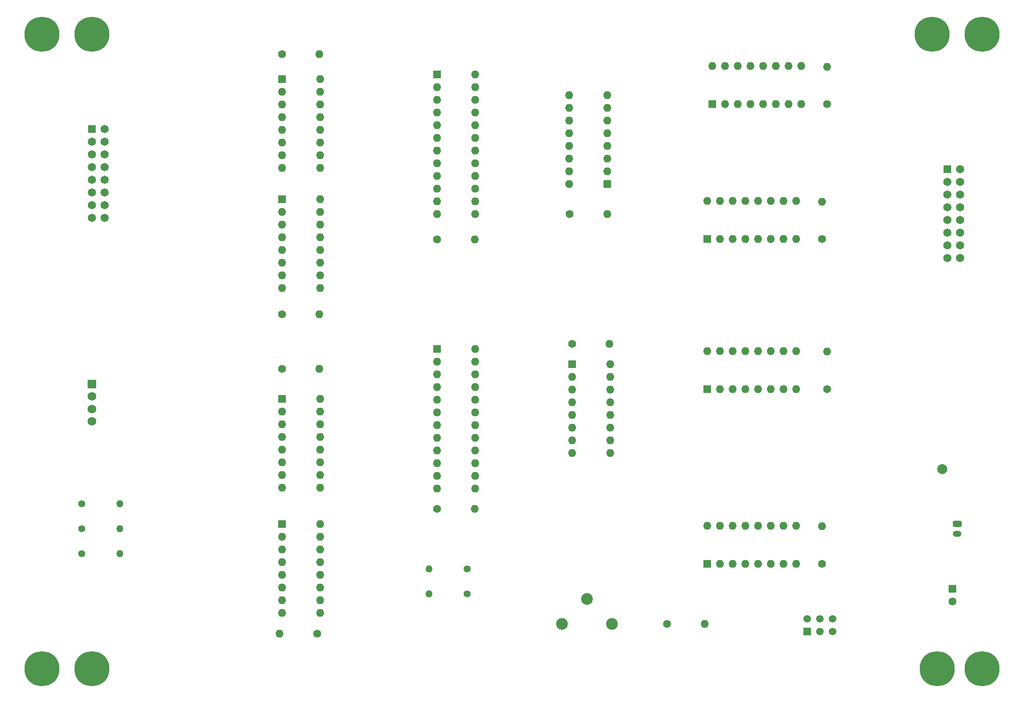
<source format=gbr>
%TF.GenerationSoftware,KiCad,Pcbnew,(5.1.10)-1*%
%TF.CreationDate,2021-10-27T19:24:49+02:00*%
%TF.ProjectId,Program Counter,50726f67-7261-46d2-9043-6f756e746572,rev1.0*%
%TF.SameCoordinates,Original*%
%TF.FileFunction,Soldermask,Bot*%
%TF.FilePolarity,Negative*%
%FSLAX46Y46*%
G04 Gerber Fmt 4.6, Leading zero omitted, Abs format (unit mm)*
G04 Created by KiCad (PCBNEW (5.1.10)-1) date 2021-10-27 19:24:49*
%MOMM*%
%LPD*%
G01*
G04 APERTURE LIST*
%ADD10O,1.750000X1.200000*%
%ADD11C,2.000000*%
%ADD12C,1.500000*%
%ADD13R,1.500000X1.500000*%
%ADD14C,1.650000*%
%ADD15R,1.650000X1.650000*%
%ADD16C,7.000000*%
%ADD17C,0.800000*%
%ADD18C,1.600000*%
%ADD19O,1.600000X1.600000*%
%ADD20R,1.600000X1.600000*%
%ADD21C,1.400000*%
%ADD22O,1.400000X1.400000*%
%ADD23C,2.340000*%
%ADD24R,1.750000X1.750000*%
%ADD25C,1.750000*%
G04 APERTURE END LIST*
D10*
%TO.C,J5*%
X229000000Y-125000000D03*
G36*
G01*
X228374999Y-122400000D02*
X229625001Y-122400000D01*
G75*
G02*
X229875000Y-122649999I0J-249999D01*
G01*
X229875000Y-123350001D01*
G75*
G02*
X229625001Y-123600000I-249999J0D01*
G01*
X228374999Y-123600000D01*
G75*
G02*
X228125000Y-123350001I0J249999D01*
G01*
X228125000Y-122649999D01*
G75*
G02*
X228374999Y-122400000I249999J0D01*
G01*
G37*
%TD*%
D11*
%TO.C,J4*%
X226000000Y-112000000D03*
%TD*%
D12*
%TO.C,J6*%
X204080000Y-142000000D03*
X201540000Y-142000000D03*
X199000000Y-142000000D03*
X204080000Y-144540000D03*
X201540000Y-144540000D03*
D13*
X199000000Y-144540000D03*
%TD*%
D14*
%TO.C,J2*%
X58540000Y-61780000D03*
X56000000Y-61780000D03*
X58540000Y-59240000D03*
X56000000Y-59240000D03*
X58540000Y-56700000D03*
X56000000Y-56700000D03*
X58540000Y-54160000D03*
X56000000Y-54160000D03*
X58540000Y-51620000D03*
X56000000Y-51620000D03*
X58540000Y-49080000D03*
X56000000Y-49080000D03*
X58540000Y-46540000D03*
X56000000Y-46540000D03*
X58540000Y-44000000D03*
D15*
X56000000Y-44000000D03*
%TD*%
D14*
%TO.C,J1*%
X229540000Y-69780000D03*
X227000000Y-69780000D03*
X229540000Y-67240000D03*
X227000000Y-67240000D03*
X229540000Y-64700000D03*
X227000000Y-64700000D03*
X229540000Y-62160000D03*
X227000000Y-62160000D03*
X229540000Y-59620000D03*
X227000000Y-59620000D03*
X229540000Y-57080000D03*
X227000000Y-57080000D03*
X229540000Y-54540000D03*
X227000000Y-54540000D03*
X229540000Y-52000000D03*
D15*
X227000000Y-52000000D03*
%TD*%
D16*
%TO.C,H8*%
X56000000Y-152000000D03*
D17*
X58625000Y-152000000D03*
X57856155Y-153856155D03*
X56000000Y-154625000D03*
X54143845Y-153856155D03*
X53375000Y-152000000D03*
X54143845Y-150143845D03*
X56000000Y-149375000D03*
X57856155Y-150143845D03*
%TD*%
D16*
%TO.C,H7*%
X224000000Y-25000000D03*
D17*
X226625000Y-25000000D03*
X225856155Y-26856155D03*
X224000000Y-27625000D03*
X222143845Y-26856155D03*
X221375000Y-25000000D03*
X222143845Y-23143845D03*
X224000000Y-22375000D03*
X225856155Y-23143845D03*
%TD*%
D16*
%TO.C,H6*%
X56000000Y-25000000D03*
D17*
X58625000Y-25000000D03*
X57856155Y-26856155D03*
X56000000Y-27625000D03*
X54143845Y-26856155D03*
X53375000Y-25000000D03*
X54143845Y-23143845D03*
X56000000Y-22375000D03*
X57856155Y-23143845D03*
%TD*%
D16*
%TO.C,H5*%
X225000000Y-152000000D03*
D17*
X227625000Y-152000000D03*
X226856155Y-153856155D03*
X225000000Y-154625000D03*
X223143845Y-153856155D03*
X222375000Y-152000000D03*
X223143845Y-150143845D03*
X225000000Y-149375000D03*
X226856155Y-150143845D03*
%TD*%
D16*
%TO.C,H4*%
X234000000Y-25000000D03*
D17*
X236625000Y-25000000D03*
X235856155Y-26856155D03*
X234000000Y-27625000D03*
X232143845Y-26856155D03*
X231375000Y-25000000D03*
X232143845Y-23143845D03*
X234000000Y-22375000D03*
X235856155Y-23143845D03*
%TD*%
D16*
%TO.C,H3*%
X234000000Y-152000000D03*
D17*
X236625000Y-152000000D03*
X235856155Y-153856155D03*
X234000000Y-154625000D03*
X232143845Y-153856155D03*
X231375000Y-152000000D03*
X232143845Y-150143845D03*
X234000000Y-149375000D03*
X235856155Y-150143845D03*
%TD*%
D16*
%TO.C,H2*%
X46000000Y-152000000D03*
D17*
X48625000Y-152000000D03*
X47856155Y-153856155D03*
X46000000Y-154625000D03*
X44143845Y-153856155D03*
X43375000Y-152000000D03*
X44143845Y-150143845D03*
X46000000Y-149375000D03*
X47856155Y-150143845D03*
%TD*%
D16*
%TO.C,H1*%
X46000000Y-25000000D03*
D17*
X48625000Y-25000000D03*
X47856155Y-26856155D03*
X46000000Y-27625000D03*
X44143845Y-26856155D03*
X43375000Y-25000000D03*
X44143845Y-23143845D03*
X46000000Y-22375000D03*
X47856155Y-23143845D03*
%TD*%
D18*
%TO.C,C13*%
X152000000Y-87000000D03*
D19*
X159500000Y-87000000D03*
%TD*%
D18*
%TO.C,C12*%
X151500000Y-61000000D03*
D19*
X159000000Y-61000000D03*
%TD*%
D18*
%TO.C,C11*%
X101000000Y-145000000D03*
D19*
X93500000Y-145000000D03*
%TD*%
D18*
%TO.C,C10*%
X94000000Y-92000000D03*
D19*
X101500000Y-92000000D03*
%TD*%
D18*
%TO.C,C9*%
X94000000Y-81000000D03*
D19*
X101500000Y-81000000D03*
%TD*%
D18*
%TO.C,C8*%
X94000000Y-29000000D03*
D19*
X101500000Y-29000000D03*
%TD*%
D18*
%TO.C,C7*%
X202000000Y-131000000D03*
D19*
X202000000Y-123500000D03*
%TD*%
D18*
%TO.C,C6*%
X203000000Y-96000000D03*
D19*
X203000000Y-88500000D03*
%TD*%
D18*
%TO.C,C5*%
X202000000Y-66000000D03*
D19*
X202000000Y-58500000D03*
%TD*%
D18*
%TO.C,C4*%
X203000000Y-39000000D03*
D19*
X203000000Y-31500000D03*
%TD*%
D18*
%TO.C,C3*%
X171000000Y-143000000D03*
D19*
X178500000Y-143000000D03*
%TD*%
D18*
%TO.C,C2*%
X125000000Y-120000000D03*
D19*
X132500000Y-120000000D03*
%TD*%
D18*
%TO.C,C1*%
X125000000Y-66040000D03*
D19*
X132500000Y-66040000D03*
%TD*%
D20*
%TO.C,REG8.2*%
X125000000Y-88000000D03*
D19*
X132620000Y-115940000D03*
X125000000Y-90540000D03*
X132620000Y-113400000D03*
X125000000Y-93080000D03*
X132620000Y-110860000D03*
X125000000Y-95620000D03*
X132620000Y-108320000D03*
X125000000Y-98160000D03*
X132620000Y-105780000D03*
X125000000Y-100700000D03*
X132620000Y-103240000D03*
X125000000Y-103240000D03*
X132620000Y-100700000D03*
X125000000Y-105780000D03*
X132620000Y-98160000D03*
X125000000Y-108320000D03*
X132620000Y-95620000D03*
X125000000Y-110860000D03*
X132620000Y-93080000D03*
X125000000Y-113400000D03*
X132620000Y-90540000D03*
X125000000Y-115940000D03*
X132620000Y-88000000D03*
%TD*%
D20*
%TO.C,REG8.1*%
X125000000Y-33000000D03*
D19*
X132620000Y-60940000D03*
X125000000Y-35540000D03*
X132620000Y-58400000D03*
X125000000Y-38080000D03*
X132620000Y-55860000D03*
X125000000Y-40620000D03*
X132620000Y-53320000D03*
X125000000Y-43160000D03*
X132620000Y-50780000D03*
X125000000Y-45700000D03*
X132620000Y-48240000D03*
X125000000Y-48240000D03*
X132620000Y-45700000D03*
X125000000Y-50780000D03*
X132620000Y-43160000D03*
X125000000Y-53320000D03*
X132620000Y-40620000D03*
X125000000Y-55860000D03*
X132620000Y-38080000D03*
X125000000Y-58400000D03*
X132620000Y-35540000D03*
X125000000Y-60940000D03*
X132620000Y-33000000D03*
%TD*%
D21*
%TO.C,R14*%
X54000000Y-124000000D03*
D22*
X61620000Y-124000000D03*
%TD*%
D21*
%TO.C,R10*%
X131000000Y-137000000D03*
D22*
X123380000Y-137000000D03*
%TD*%
D21*
%TO.C,R6*%
X131000000Y-132000000D03*
D22*
X123380000Y-132000000D03*
%TD*%
D21*
%TO.C,R5*%
X54000000Y-119000000D03*
D22*
X61620000Y-119000000D03*
%TD*%
D21*
%TO.C,R4*%
X54000000Y-129000000D03*
D22*
X61620000Y-129000000D03*
%TD*%
D23*
%TO.C,POT1*%
X160000000Y-143000000D03*
X155000000Y-138000000D03*
X150000000Y-143000000D03*
%TD*%
D20*
%TO.C,MUXB2*%
X152000000Y-91000000D03*
D19*
X159620000Y-108780000D03*
X152000000Y-93540000D03*
X159620000Y-106240000D03*
X152000000Y-96080000D03*
X159620000Y-103700000D03*
X152000000Y-98620000D03*
X159620000Y-101160000D03*
X152000000Y-101160000D03*
X159620000Y-98620000D03*
X152000000Y-103700000D03*
X159620000Y-96080000D03*
X152000000Y-106240000D03*
X159620000Y-93540000D03*
X152000000Y-108780000D03*
X159620000Y-91000000D03*
%TD*%
D20*
%TO.C,MUXB1*%
X159000000Y-55000000D03*
D19*
X151380000Y-37220000D03*
X159000000Y-52460000D03*
X151380000Y-39760000D03*
X159000000Y-49920000D03*
X151380000Y-42300000D03*
X159000000Y-47380000D03*
X151380000Y-44840000D03*
X159000000Y-44840000D03*
X151380000Y-47380000D03*
X159000000Y-42300000D03*
X151380000Y-49920000D03*
X159000000Y-39760000D03*
X151380000Y-52460000D03*
X159000000Y-37220000D03*
X151380000Y-55000000D03*
%TD*%
D20*
%TO.C,MUXA4*%
X94000000Y-123000000D03*
D19*
X101620000Y-140780000D03*
X94000000Y-125540000D03*
X101620000Y-138240000D03*
X94000000Y-128080000D03*
X101620000Y-135700000D03*
X94000000Y-130620000D03*
X101620000Y-133160000D03*
X94000000Y-133160000D03*
X101620000Y-130620000D03*
X94000000Y-135700000D03*
X101620000Y-128080000D03*
X94000000Y-138240000D03*
X101620000Y-125540000D03*
X94000000Y-140780000D03*
X101620000Y-123000000D03*
%TD*%
D20*
%TO.C,MUXA3*%
X94000000Y-98000000D03*
D19*
X101620000Y-115780000D03*
X94000000Y-100540000D03*
X101620000Y-113240000D03*
X94000000Y-103080000D03*
X101620000Y-110700000D03*
X94000000Y-105620000D03*
X101620000Y-108160000D03*
X94000000Y-108160000D03*
X101620000Y-105620000D03*
X94000000Y-110700000D03*
X101620000Y-103080000D03*
X94000000Y-113240000D03*
X101620000Y-100540000D03*
X94000000Y-115780000D03*
X101620000Y-98000000D03*
%TD*%
D20*
%TO.C,MUXA2*%
X94000000Y-58000000D03*
D19*
X101620000Y-75780000D03*
X94000000Y-60540000D03*
X101620000Y-73240000D03*
X94000000Y-63080000D03*
X101620000Y-70700000D03*
X94000000Y-65620000D03*
X101620000Y-68160000D03*
X94000000Y-68160000D03*
X101620000Y-65620000D03*
X94000000Y-70700000D03*
X101620000Y-63080000D03*
X94000000Y-73240000D03*
X101620000Y-60540000D03*
X94000000Y-75780000D03*
X101620000Y-58000000D03*
%TD*%
D20*
%TO.C,MUXA1*%
X94000000Y-34000000D03*
D19*
X101620000Y-51780000D03*
X94000000Y-36540000D03*
X101620000Y-49240000D03*
X94000000Y-39080000D03*
X101620000Y-46700000D03*
X94000000Y-41620000D03*
X101620000Y-44160000D03*
X94000000Y-44160000D03*
X101620000Y-41620000D03*
X94000000Y-46700000D03*
X101620000Y-39080000D03*
X94000000Y-49240000D03*
X101620000Y-36540000D03*
X94000000Y-51780000D03*
X101620000Y-34000000D03*
%TD*%
D24*
%TO.C,J3*%
X56000000Y-95000000D03*
D25*
X56000000Y-97500000D03*
X56000000Y-100000000D03*
X56000000Y-102500000D03*
%TD*%
D20*
%TO.C,C_BOARD1*%
X228000000Y-136000000D03*
D18*
X228000000Y-138500000D03*
%TD*%
D20*
%TO.C,ADD4.2*%
X179000000Y-66000000D03*
D19*
X196780000Y-58380000D03*
X181540000Y-66000000D03*
X194240000Y-58380000D03*
X184080000Y-66000000D03*
X191700000Y-58380000D03*
X186620000Y-66000000D03*
X189160000Y-58380000D03*
X189160000Y-66000000D03*
X186620000Y-58380000D03*
X191700000Y-66000000D03*
X184080000Y-58380000D03*
X194240000Y-66000000D03*
X181540000Y-58380000D03*
X196780000Y-66000000D03*
X179000000Y-58380000D03*
%TD*%
D20*
%TO.C,ADD4.1*%
X180000000Y-39000000D03*
D19*
X197780000Y-31380000D03*
X182540000Y-39000000D03*
X195240000Y-31380000D03*
X185080000Y-39000000D03*
X192700000Y-31380000D03*
X187620000Y-39000000D03*
X190160000Y-31380000D03*
X190160000Y-39000000D03*
X187620000Y-31380000D03*
X192700000Y-39000000D03*
X185080000Y-31380000D03*
X195240000Y-39000000D03*
X182540000Y-31380000D03*
X197780000Y-39000000D03*
X180000000Y-31380000D03*
%TD*%
D20*
%TO.C,ADD4.3*%
X179000000Y-96000000D03*
D19*
X196780000Y-88380000D03*
X181540000Y-96000000D03*
X194240000Y-88380000D03*
X184080000Y-96000000D03*
X191700000Y-88380000D03*
X186620000Y-96000000D03*
X189160000Y-88380000D03*
X189160000Y-96000000D03*
X186620000Y-88380000D03*
X191700000Y-96000000D03*
X184080000Y-88380000D03*
X194240000Y-96000000D03*
X181540000Y-88380000D03*
X196780000Y-96000000D03*
X179000000Y-88380000D03*
%TD*%
D20*
%TO.C,ADD4.4*%
X179000000Y-131000000D03*
D19*
X196780000Y-123380000D03*
X181540000Y-131000000D03*
X194240000Y-123380000D03*
X184080000Y-131000000D03*
X191700000Y-123380000D03*
X186620000Y-131000000D03*
X189160000Y-123380000D03*
X189160000Y-131000000D03*
X186620000Y-123380000D03*
X191700000Y-131000000D03*
X184080000Y-123380000D03*
X194240000Y-131000000D03*
X181540000Y-123380000D03*
X196780000Y-131000000D03*
X179000000Y-123380000D03*
%TD*%
M02*

</source>
